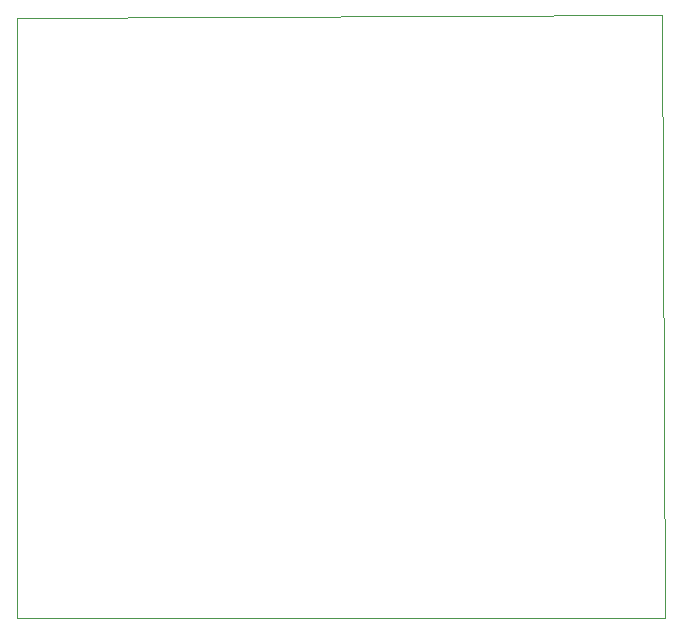
<source format=gm1>
G04 #@! TF.GenerationSoftware,KiCad,Pcbnew,7.0.11+dfsg-1build4*
G04 #@! TF.CreationDate,2026-01-25T21:38:33-05:00*
G04 #@! TF.ProjectId,Envelope-01-mutronv,456e7665-6c6f-4706-952d-30312d6d7574,rev?*
G04 #@! TF.SameCoordinates,Original*
G04 #@! TF.FileFunction,Profile,NP*
%FSLAX46Y46*%
G04 Gerber Fmt 4.6, Leading zero omitted, Abs format (unit mm)*
G04 Created by KiCad (PCBNEW 7.0.11+dfsg-1build4) date 2026-01-25 21:38:33*
%MOMM*%
%LPD*%
G01*
G04 APERTURE LIST*
G04 #@! TA.AperFunction,Profile*
%ADD10C,0.100000*%
G04 #@! TD*
G04 APERTURE END LIST*
D10*
X100076000Y-50038000D02*
X99822000Y-50038000D01*
X154686000Y-100838000D02*
X99822000Y-100838000D01*
X154178000Y-49784000D02*
X154432000Y-49784000D01*
X154432000Y-49784000D02*
X154686000Y-100838000D01*
X100076000Y-50038000D02*
X154178000Y-49784000D01*
X99822000Y-100838000D02*
X99822000Y-50038000D01*
M02*

</source>
